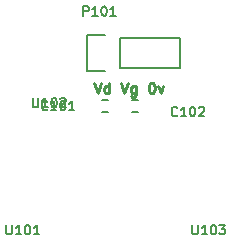
<source format=gto>
G04 #@! TF.FileFunction,Legend,Top*
%FSLAX46Y46*%
G04 Gerber Fmt 4.6, Leading zero omitted, Abs format (unit mm)*
G04 Created by KiCad (PCBNEW 4.0.4-stable) date Thu Oct 20 22:10:56 2016*
%MOMM*%
%LPD*%
G01*
G04 APERTURE LIST*
%ADD10C,0.100000*%
%ADD11C,0.225000*%
%ADD12C,0.150000*%
G04 APERTURE END LIST*
D10*
D11*
X146042857Y-99007143D02*
X146342857Y-99907143D01*
X146642857Y-99007143D01*
X147328572Y-99907143D02*
X147328572Y-99007143D01*
X147328572Y-99864286D02*
X147242858Y-99907143D01*
X147071429Y-99907143D01*
X146985715Y-99864286D01*
X146942858Y-99821429D01*
X146900001Y-99735714D01*
X146900001Y-99478571D01*
X146942858Y-99392857D01*
X146985715Y-99350000D01*
X147071429Y-99307143D01*
X147242858Y-99307143D01*
X147328572Y-99350000D01*
X148314286Y-99007143D02*
X148614286Y-99907143D01*
X148914286Y-99007143D01*
X149600001Y-99307143D02*
X149600001Y-100035714D01*
X149557144Y-100121429D01*
X149514287Y-100164286D01*
X149428572Y-100207143D01*
X149300001Y-100207143D01*
X149214287Y-100164286D01*
X149600001Y-99864286D02*
X149514287Y-99907143D01*
X149342858Y-99907143D01*
X149257144Y-99864286D01*
X149214287Y-99821429D01*
X149171430Y-99735714D01*
X149171430Y-99478571D01*
X149214287Y-99392857D01*
X149257144Y-99350000D01*
X149342858Y-99307143D01*
X149514287Y-99307143D01*
X149600001Y-99350000D01*
X150885715Y-99007143D02*
X150971430Y-99007143D01*
X151057144Y-99050000D01*
X151100001Y-99092857D01*
X151142858Y-99178571D01*
X151185715Y-99350000D01*
X151185715Y-99564286D01*
X151142858Y-99735714D01*
X151100001Y-99821429D01*
X151057144Y-99864286D01*
X150971430Y-99907143D01*
X150885715Y-99907143D01*
X150800001Y-99864286D01*
X150757144Y-99821429D01*
X150714287Y-99735714D01*
X150671430Y-99564286D01*
X150671430Y-99350000D01*
X150714287Y-99178571D01*
X150757144Y-99092857D01*
X150800001Y-99050000D01*
X150885715Y-99007143D01*
X151485715Y-99307143D02*
X151700001Y-99907143D01*
X151914287Y-99307143D01*
D12*
X146750000Y-101475000D02*
X147250000Y-101475000D01*
X147250000Y-100525000D02*
X146750000Y-100525000D01*
X149800000Y-100525000D02*
X149300000Y-100525000D01*
X149300000Y-101475000D02*
X149800000Y-101475000D01*
X148230000Y-97770000D02*
X153310000Y-97770000D01*
X153310000Y-97770000D02*
X153310000Y-95230000D01*
X153310000Y-95230000D02*
X148230000Y-95230000D01*
X145410000Y-94950000D02*
X146960000Y-94950000D01*
X148230000Y-95230000D02*
X148230000Y-97770000D01*
X146960000Y-98050000D02*
X145410000Y-98050000D01*
X145410000Y-98050000D02*
X145410000Y-94950000D01*
X142104762Y-101285714D02*
X142066667Y-101323810D01*
X141952381Y-101361905D01*
X141876191Y-101361905D01*
X141761905Y-101323810D01*
X141685714Y-101247619D01*
X141647619Y-101171429D01*
X141609524Y-101019048D01*
X141609524Y-100904762D01*
X141647619Y-100752381D01*
X141685714Y-100676190D01*
X141761905Y-100600000D01*
X141876191Y-100561905D01*
X141952381Y-100561905D01*
X142066667Y-100600000D01*
X142104762Y-100638095D01*
X142866667Y-101361905D02*
X142409524Y-101361905D01*
X142638095Y-101361905D02*
X142638095Y-100561905D01*
X142561905Y-100676190D01*
X142485714Y-100752381D01*
X142409524Y-100790476D01*
X143361905Y-100561905D02*
X143438096Y-100561905D01*
X143514286Y-100600000D01*
X143552381Y-100638095D01*
X143590477Y-100714286D01*
X143628572Y-100866667D01*
X143628572Y-101057143D01*
X143590477Y-101209524D01*
X143552381Y-101285714D01*
X143514286Y-101323810D01*
X143438096Y-101361905D01*
X143361905Y-101361905D01*
X143285715Y-101323810D01*
X143247619Y-101285714D01*
X143209524Y-101209524D01*
X143171429Y-101057143D01*
X143171429Y-100866667D01*
X143209524Y-100714286D01*
X143247619Y-100638095D01*
X143285715Y-100600000D01*
X143361905Y-100561905D01*
X144390477Y-101361905D02*
X143933334Y-101361905D01*
X144161905Y-101361905D02*
X144161905Y-100561905D01*
X144085715Y-100676190D01*
X144009524Y-100752381D01*
X143933334Y-100790476D01*
X153104762Y-101785714D02*
X153066667Y-101823810D01*
X152952381Y-101861905D01*
X152876191Y-101861905D01*
X152761905Y-101823810D01*
X152685714Y-101747619D01*
X152647619Y-101671429D01*
X152609524Y-101519048D01*
X152609524Y-101404762D01*
X152647619Y-101252381D01*
X152685714Y-101176190D01*
X152761905Y-101100000D01*
X152876191Y-101061905D01*
X152952381Y-101061905D01*
X153066667Y-101100000D01*
X153104762Y-101138095D01*
X153866667Y-101861905D02*
X153409524Y-101861905D01*
X153638095Y-101861905D02*
X153638095Y-101061905D01*
X153561905Y-101176190D01*
X153485714Y-101252381D01*
X153409524Y-101290476D01*
X154361905Y-101061905D02*
X154438096Y-101061905D01*
X154514286Y-101100000D01*
X154552381Y-101138095D01*
X154590477Y-101214286D01*
X154628572Y-101366667D01*
X154628572Y-101557143D01*
X154590477Y-101709524D01*
X154552381Y-101785714D01*
X154514286Y-101823810D01*
X154438096Y-101861905D01*
X154361905Y-101861905D01*
X154285715Y-101823810D01*
X154247619Y-101785714D01*
X154209524Y-101709524D01*
X154171429Y-101557143D01*
X154171429Y-101366667D01*
X154209524Y-101214286D01*
X154247619Y-101138095D01*
X154285715Y-101100000D01*
X154361905Y-101061905D01*
X154933334Y-101138095D02*
X154971429Y-101100000D01*
X155047620Y-101061905D01*
X155238096Y-101061905D01*
X155314286Y-101100000D01*
X155352382Y-101138095D01*
X155390477Y-101214286D01*
X155390477Y-101290476D01*
X155352382Y-101404762D01*
X154895239Y-101861905D01*
X155390477Y-101861905D01*
X145147619Y-93361905D02*
X145147619Y-92561905D01*
X145452381Y-92561905D01*
X145528572Y-92600000D01*
X145566667Y-92638095D01*
X145604762Y-92714286D01*
X145604762Y-92828571D01*
X145566667Y-92904762D01*
X145528572Y-92942857D01*
X145452381Y-92980952D01*
X145147619Y-92980952D01*
X146366667Y-93361905D02*
X145909524Y-93361905D01*
X146138095Y-93361905D02*
X146138095Y-92561905D01*
X146061905Y-92676190D01*
X145985714Y-92752381D01*
X145909524Y-92790476D01*
X146861905Y-92561905D02*
X146938096Y-92561905D01*
X147014286Y-92600000D01*
X147052381Y-92638095D01*
X147090477Y-92714286D01*
X147128572Y-92866667D01*
X147128572Y-93057143D01*
X147090477Y-93209524D01*
X147052381Y-93285714D01*
X147014286Y-93323810D01*
X146938096Y-93361905D01*
X146861905Y-93361905D01*
X146785715Y-93323810D01*
X146747619Y-93285714D01*
X146709524Y-93209524D01*
X146671429Y-93057143D01*
X146671429Y-92866667D01*
X146709524Y-92714286D01*
X146747619Y-92638095D01*
X146785715Y-92600000D01*
X146861905Y-92561905D01*
X147890477Y-93361905D02*
X147433334Y-93361905D01*
X147661905Y-93361905D02*
X147661905Y-92561905D01*
X147585715Y-92676190D01*
X147509524Y-92752381D01*
X147433334Y-92790476D01*
X138628571Y-111061905D02*
X138628571Y-111709524D01*
X138666666Y-111785714D01*
X138704762Y-111823810D01*
X138780952Y-111861905D01*
X138933333Y-111861905D01*
X139009524Y-111823810D01*
X139047619Y-111785714D01*
X139085714Y-111709524D01*
X139085714Y-111061905D01*
X139885714Y-111861905D02*
X139428571Y-111861905D01*
X139657142Y-111861905D02*
X139657142Y-111061905D01*
X139580952Y-111176190D01*
X139504761Y-111252381D01*
X139428571Y-111290476D01*
X140380952Y-111061905D02*
X140457143Y-111061905D01*
X140533333Y-111100000D01*
X140571428Y-111138095D01*
X140609524Y-111214286D01*
X140647619Y-111366667D01*
X140647619Y-111557143D01*
X140609524Y-111709524D01*
X140571428Y-111785714D01*
X140533333Y-111823810D01*
X140457143Y-111861905D01*
X140380952Y-111861905D01*
X140304762Y-111823810D01*
X140266666Y-111785714D01*
X140228571Y-111709524D01*
X140190476Y-111557143D01*
X140190476Y-111366667D01*
X140228571Y-111214286D01*
X140266666Y-111138095D01*
X140304762Y-111100000D01*
X140380952Y-111061905D01*
X141409524Y-111861905D02*
X140952381Y-111861905D01*
X141180952Y-111861905D02*
X141180952Y-111061905D01*
X141104762Y-111176190D01*
X141028571Y-111252381D01*
X140952381Y-111290476D01*
X140879671Y-100315505D02*
X140879671Y-100963124D01*
X140917766Y-101039314D01*
X140955862Y-101077410D01*
X141032052Y-101115505D01*
X141184433Y-101115505D01*
X141260624Y-101077410D01*
X141298719Y-101039314D01*
X141336814Y-100963124D01*
X141336814Y-100315505D01*
X142136814Y-101115505D02*
X141679671Y-101115505D01*
X141908242Y-101115505D02*
X141908242Y-100315505D01*
X141832052Y-100429790D01*
X141755861Y-100505981D01*
X141679671Y-100544076D01*
X142632052Y-100315505D02*
X142708243Y-100315505D01*
X142784433Y-100353600D01*
X142822528Y-100391695D01*
X142860624Y-100467886D01*
X142898719Y-100620267D01*
X142898719Y-100810743D01*
X142860624Y-100963124D01*
X142822528Y-101039314D01*
X142784433Y-101077410D01*
X142708243Y-101115505D01*
X142632052Y-101115505D01*
X142555862Y-101077410D01*
X142517766Y-101039314D01*
X142479671Y-100963124D01*
X142441576Y-100810743D01*
X142441576Y-100620267D01*
X142479671Y-100467886D01*
X142517766Y-100391695D01*
X142555862Y-100353600D01*
X142632052Y-100315505D01*
X143203481Y-100391695D02*
X143241576Y-100353600D01*
X143317767Y-100315505D01*
X143508243Y-100315505D01*
X143584433Y-100353600D01*
X143622529Y-100391695D01*
X143660624Y-100467886D01*
X143660624Y-100544076D01*
X143622529Y-100658362D01*
X143165386Y-101115505D01*
X143660624Y-101115505D01*
X154378571Y-111061905D02*
X154378571Y-111709524D01*
X154416666Y-111785714D01*
X154454762Y-111823810D01*
X154530952Y-111861905D01*
X154683333Y-111861905D01*
X154759524Y-111823810D01*
X154797619Y-111785714D01*
X154835714Y-111709524D01*
X154835714Y-111061905D01*
X155635714Y-111861905D02*
X155178571Y-111861905D01*
X155407142Y-111861905D02*
X155407142Y-111061905D01*
X155330952Y-111176190D01*
X155254761Y-111252381D01*
X155178571Y-111290476D01*
X156130952Y-111061905D02*
X156207143Y-111061905D01*
X156283333Y-111100000D01*
X156321428Y-111138095D01*
X156359524Y-111214286D01*
X156397619Y-111366667D01*
X156397619Y-111557143D01*
X156359524Y-111709524D01*
X156321428Y-111785714D01*
X156283333Y-111823810D01*
X156207143Y-111861905D01*
X156130952Y-111861905D01*
X156054762Y-111823810D01*
X156016666Y-111785714D01*
X155978571Y-111709524D01*
X155940476Y-111557143D01*
X155940476Y-111366667D01*
X155978571Y-111214286D01*
X156016666Y-111138095D01*
X156054762Y-111100000D01*
X156130952Y-111061905D01*
X156664286Y-111061905D02*
X157159524Y-111061905D01*
X156892857Y-111366667D01*
X157007143Y-111366667D01*
X157083333Y-111404762D01*
X157121429Y-111442857D01*
X157159524Y-111519048D01*
X157159524Y-111709524D01*
X157121429Y-111785714D01*
X157083333Y-111823810D01*
X157007143Y-111861905D01*
X156778571Y-111861905D01*
X156702381Y-111823810D01*
X156664286Y-111785714D01*
M02*

</source>
